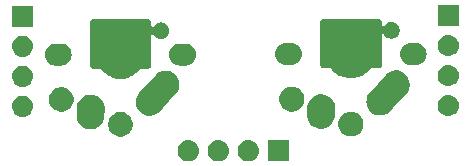
<source format=gts>
G04 #@! TF.GenerationSoftware,KiCad,Pcbnew,(5.1.4)-1*
G04 #@! TF.CreationDate,2022-01-12T12:57:33-05:00*
G04 #@! TF.ProjectId,a44key-pcb-thumbs,6134346b-6579-42d7-9063-622d7468756d,rev?*
G04 #@! TF.SameCoordinates,Original*
G04 #@! TF.FileFunction,Soldermask,Top*
G04 #@! TF.FilePolarity,Negative*
%FSLAX46Y46*%
G04 Gerber Fmt 4.6, Leading zero omitted, Abs format (unit mm)*
G04 Created by KiCad (PCBNEW (5.1.4)-1) date 2022-01-12 12:57:33*
%MOMM*%
%LPD*%
G04 APERTURE LIST*
%ADD10C,0.100000*%
G04 APERTURE END LIST*
D10*
G36*
X103850377Y-144353988D02*
G01*
X103916561Y-144360506D01*
X104086400Y-144412026D01*
X104242925Y-144495691D01*
X104278663Y-144525021D01*
X104380120Y-144608283D01*
X104463382Y-144709740D01*
X104492712Y-144745478D01*
X104576377Y-144902003D01*
X104627897Y-145071842D01*
X104645293Y-145248469D01*
X104627897Y-145425096D01*
X104576377Y-145594935D01*
X104492712Y-145751460D01*
X104463382Y-145787198D01*
X104380120Y-145888655D01*
X104278663Y-145971917D01*
X104242925Y-146001247D01*
X104086400Y-146084912D01*
X103916561Y-146136432D01*
X103850377Y-146142950D01*
X103784194Y-146149469D01*
X103695674Y-146149469D01*
X103629491Y-146142950D01*
X103563307Y-146136432D01*
X103393468Y-146084912D01*
X103236943Y-146001247D01*
X103201205Y-145971917D01*
X103099748Y-145888655D01*
X103016486Y-145787198D01*
X102987156Y-145751460D01*
X102903491Y-145594935D01*
X102851971Y-145425096D01*
X102834575Y-145248469D01*
X102851971Y-145071842D01*
X102903491Y-144902003D01*
X102987156Y-144745478D01*
X103016486Y-144709740D01*
X103099748Y-144608283D01*
X103201205Y-144525021D01*
X103236943Y-144495691D01*
X103393468Y-144412026D01*
X103563307Y-144360506D01*
X103629491Y-144353988D01*
X103695674Y-144347469D01*
X103784194Y-144347469D01*
X103850377Y-144353988D01*
X103850377Y-144353988D01*
G37*
G36*
X101310377Y-144353988D02*
G01*
X101376561Y-144360506D01*
X101546400Y-144412026D01*
X101702925Y-144495691D01*
X101738663Y-144525021D01*
X101840120Y-144608283D01*
X101923382Y-144709740D01*
X101952712Y-144745478D01*
X102036377Y-144902003D01*
X102087897Y-145071842D01*
X102105293Y-145248469D01*
X102087897Y-145425096D01*
X102036377Y-145594935D01*
X101952712Y-145751460D01*
X101923382Y-145787198D01*
X101840120Y-145888655D01*
X101738663Y-145971917D01*
X101702925Y-146001247D01*
X101546400Y-146084912D01*
X101376561Y-146136432D01*
X101310377Y-146142950D01*
X101244194Y-146149469D01*
X101155674Y-146149469D01*
X101089491Y-146142950D01*
X101023307Y-146136432D01*
X100853468Y-146084912D01*
X100696943Y-146001247D01*
X100661205Y-145971917D01*
X100559748Y-145888655D01*
X100476486Y-145787198D01*
X100447156Y-145751460D01*
X100363491Y-145594935D01*
X100311971Y-145425096D01*
X100294575Y-145248469D01*
X100311971Y-145071842D01*
X100363491Y-144902003D01*
X100447156Y-144745478D01*
X100476486Y-144709740D01*
X100559748Y-144608283D01*
X100661205Y-144525021D01*
X100696943Y-144495691D01*
X100853468Y-144412026D01*
X101023307Y-144360506D01*
X101089491Y-144353988D01*
X101155674Y-144347469D01*
X101244194Y-144347469D01*
X101310377Y-144353988D01*
X101310377Y-144353988D01*
G37*
G36*
X109720934Y-146149469D02*
G01*
X107918934Y-146149469D01*
X107918934Y-144347469D01*
X109720934Y-144347469D01*
X109720934Y-146149469D01*
X109720934Y-146149469D01*
G37*
G36*
X106390377Y-144353988D02*
G01*
X106456561Y-144360506D01*
X106626400Y-144412026D01*
X106782925Y-144495691D01*
X106818663Y-144525021D01*
X106920120Y-144608283D01*
X107003382Y-144709740D01*
X107032712Y-144745478D01*
X107116377Y-144902003D01*
X107167897Y-145071842D01*
X107185293Y-145248469D01*
X107167897Y-145425096D01*
X107116377Y-145594935D01*
X107032712Y-145751460D01*
X107003382Y-145787198D01*
X106920120Y-145888655D01*
X106818663Y-145971917D01*
X106782925Y-146001247D01*
X106626400Y-146084912D01*
X106456561Y-146136432D01*
X106390377Y-146142950D01*
X106324194Y-146149469D01*
X106235674Y-146149469D01*
X106169491Y-146142950D01*
X106103307Y-146136432D01*
X105933468Y-146084912D01*
X105776943Y-146001247D01*
X105741205Y-145971917D01*
X105639748Y-145888655D01*
X105556486Y-145787198D01*
X105527156Y-145751460D01*
X105443491Y-145594935D01*
X105391971Y-145425096D01*
X105374575Y-145248469D01*
X105391971Y-145071842D01*
X105443491Y-144902003D01*
X105527156Y-144745478D01*
X105556486Y-144709740D01*
X105639748Y-144608283D01*
X105741205Y-144525021D01*
X105776943Y-144495691D01*
X105933468Y-144412026D01*
X106103307Y-144360506D01*
X106169491Y-144353988D01*
X106235674Y-144347469D01*
X106324194Y-144347469D01*
X106390377Y-144353988D01*
X106390377Y-144353988D01*
G37*
G36*
X95760186Y-141992084D02*
G01*
X95907965Y-142053296D01*
X95951457Y-142071311D01*
X96123595Y-142186330D01*
X96269987Y-142332722D01*
X96310856Y-142393886D01*
X96385007Y-142504862D01*
X96464233Y-142696131D01*
X96504622Y-142899179D01*
X96504622Y-143106211D01*
X96464233Y-143309259D01*
X96417674Y-143421663D01*
X96385006Y-143500530D01*
X96269987Y-143672668D01*
X96123595Y-143819060D01*
X95951457Y-143934079D01*
X95951456Y-143934080D01*
X95951455Y-143934080D01*
X95760186Y-144013306D01*
X95557138Y-144053695D01*
X95350106Y-144053695D01*
X95147058Y-144013306D01*
X94955789Y-143934080D01*
X94955788Y-143934080D01*
X94955787Y-143934079D01*
X94783649Y-143819060D01*
X94637257Y-143672668D01*
X94522238Y-143500530D01*
X94489570Y-143421663D01*
X94443011Y-143309259D01*
X94402622Y-143106211D01*
X94402622Y-142899179D01*
X94443011Y-142696131D01*
X94522237Y-142504862D01*
X94596389Y-142393886D01*
X94637257Y-142332722D01*
X94783649Y-142186330D01*
X94955787Y-142071311D01*
X94999279Y-142053296D01*
X95147058Y-141992084D01*
X95350106Y-141951695D01*
X95557138Y-141951695D01*
X95760186Y-141992084D01*
X95760186Y-141992084D01*
G37*
G36*
X115267912Y-141960308D02*
G01*
X115415691Y-142021520D01*
X115459183Y-142039535D01*
X115631321Y-142154554D01*
X115777713Y-142300946D01*
X115839814Y-142393886D01*
X115892733Y-142473086D01*
X115971959Y-142664355D01*
X116012348Y-142867403D01*
X116012348Y-143074435D01*
X115971959Y-143277483D01*
X115912238Y-143421663D01*
X115892732Y-143468754D01*
X115777713Y-143640892D01*
X115631321Y-143787284D01*
X115459183Y-143902303D01*
X115459182Y-143902304D01*
X115459181Y-143902304D01*
X115267912Y-143981530D01*
X115064864Y-144021919D01*
X114857832Y-144021919D01*
X114654784Y-143981530D01*
X114463515Y-143902304D01*
X114463514Y-143902304D01*
X114463513Y-143902303D01*
X114291375Y-143787284D01*
X114144983Y-143640892D01*
X114029964Y-143468754D01*
X114010458Y-143421663D01*
X113950737Y-143277483D01*
X113910348Y-143074435D01*
X113910348Y-142867403D01*
X113950737Y-142664355D01*
X114029963Y-142473086D01*
X114082883Y-142393886D01*
X114144983Y-142300946D01*
X114291375Y-142154554D01*
X114463513Y-142039535D01*
X114507005Y-142021520D01*
X114654784Y-141960308D01*
X114857832Y-141919919D01*
X115064864Y-141919919D01*
X115267912Y-141960308D01*
X115267912Y-141960308D01*
G37*
G36*
X93257222Y-140522059D02*
G01*
X93257224Y-140522060D01*
X93257226Y-140522060D01*
X93382194Y-140569469D01*
X93473812Y-140604226D01*
X93670211Y-140727068D01*
X93838870Y-140885865D01*
X93973308Y-141074515D01*
X94068360Y-141285768D01*
X94068361Y-141285772D01*
X94120373Y-141511504D01*
X94123105Y-141602245D01*
X94125599Y-141685027D01*
X94078198Y-142380332D01*
X94049471Y-142551540D01*
X93967304Y-142768130D01*
X93844462Y-142964529D01*
X93685665Y-143133188D01*
X93497016Y-143267626D01*
X93285763Y-143362678D01*
X93260932Y-143368399D01*
X93060026Y-143414691D01*
X92937064Y-143418394D01*
X92828480Y-143421664D01*
X92600022Y-143383331D01*
X92383432Y-143301164D01*
X92187033Y-143178322D01*
X92018374Y-143019525D01*
X91883936Y-142830876D01*
X91788884Y-142619623D01*
X91783163Y-142594792D01*
X91736871Y-142393886D01*
X91732408Y-142245678D01*
X91731645Y-142220364D01*
X91779046Y-141525058D01*
X91807773Y-141353850D01*
X91889939Y-141137260D01*
X92012782Y-140940861D01*
X92171579Y-140772202D01*
X92360228Y-140637764D01*
X92571481Y-140542712D01*
X92797218Y-140490699D01*
X92920180Y-140486996D01*
X93028764Y-140483726D01*
X93257222Y-140522059D01*
X93257222Y-140522059D01*
G37*
G36*
X112764948Y-140490283D02*
G01*
X112764950Y-140490284D01*
X112764952Y-140490284D01*
X112889920Y-140537693D01*
X112981538Y-140572450D01*
X113177937Y-140695292D01*
X113346596Y-140854089D01*
X113481034Y-141042739D01*
X113576086Y-141253992D01*
X113576087Y-141253996D01*
X113628099Y-141479728D01*
X113630831Y-141570469D01*
X113633325Y-141653251D01*
X113585924Y-142348556D01*
X113557197Y-142519764D01*
X113475030Y-142736354D01*
X113352188Y-142932753D01*
X113193391Y-143101412D01*
X113004742Y-143235850D01*
X112793489Y-143330902D01*
X112768658Y-143336623D01*
X112567752Y-143382915D01*
X112444790Y-143386618D01*
X112336206Y-143389888D01*
X112107748Y-143351555D01*
X111891158Y-143269388D01*
X111694759Y-143146546D01*
X111526100Y-142987749D01*
X111391662Y-142799100D01*
X111296610Y-142587847D01*
X111290889Y-142563016D01*
X111244597Y-142362110D01*
X111240713Y-142233135D01*
X111239371Y-142188588D01*
X111286772Y-141493282D01*
X111315499Y-141322074D01*
X111397665Y-141105484D01*
X111520508Y-140909085D01*
X111679305Y-140740426D01*
X111867954Y-140605988D01*
X112079207Y-140510936D01*
X112092075Y-140507971D01*
X112304944Y-140458923D01*
X112427906Y-140455220D01*
X112536490Y-140451950D01*
X112764948Y-140490283D01*
X112764948Y-140490283D01*
G37*
G36*
X87269402Y-140585876D02*
G01*
X87335586Y-140592394D01*
X87505425Y-140643914D01*
X87661950Y-140727579D01*
X87677604Y-140740426D01*
X87799145Y-140840171D01*
X87855700Y-140909085D01*
X87911737Y-140977366D01*
X87911738Y-140977368D01*
X87980218Y-141105483D01*
X87995402Y-141133891D01*
X88046922Y-141303730D01*
X88064318Y-141480357D01*
X88046922Y-141656984D01*
X87995402Y-141826823D01*
X87911737Y-141983348D01*
X87882407Y-142019086D01*
X87799145Y-142120543D01*
X87697688Y-142203805D01*
X87661950Y-142233135D01*
X87505425Y-142316800D01*
X87335586Y-142368320D01*
X87269401Y-142374839D01*
X87203219Y-142381357D01*
X87114699Y-142381357D01*
X87048517Y-142374839D01*
X86982332Y-142368320D01*
X86812493Y-142316800D01*
X86655968Y-142233135D01*
X86620230Y-142203805D01*
X86518773Y-142120543D01*
X86435511Y-142019086D01*
X86406181Y-141983348D01*
X86322516Y-141826823D01*
X86270996Y-141656984D01*
X86253600Y-141480357D01*
X86270996Y-141303730D01*
X86322516Y-141133891D01*
X86337701Y-141105483D01*
X86406180Y-140977368D01*
X86406181Y-140977366D01*
X86462218Y-140909085D01*
X86518773Y-140840171D01*
X86640314Y-140740426D01*
X86655968Y-140727579D01*
X86812493Y-140643914D01*
X86982332Y-140592394D01*
X87048516Y-140585876D01*
X87114699Y-140579357D01*
X87203219Y-140579357D01*
X87269402Y-140585876D01*
X87269402Y-140585876D01*
G37*
G36*
X123314071Y-140514490D02*
G01*
X123380255Y-140521008D01*
X123550094Y-140572528D01*
X123706619Y-140656193D01*
X123739785Y-140683412D01*
X123843814Y-140768785D01*
X123913820Y-140854089D01*
X123956406Y-140905980D01*
X124040071Y-141062505D01*
X124091591Y-141232344D01*
X124108987Y-141408971D01*
X124091591Y-141585598D01*
X124040071Y-141755437D01*
X123956406Y-141911962D01*
X123948235Y-141921918D01*
X123843814Y-142049157D01*
X123752248Y-142124302D01*
X123706619Y-142161749D01*
X123550094Y-142245414D01*
X123380255Y-142296934D01*
X123314070Y-142303453D01*
X123247888Y-142309971D01*
X123159368Y-142309971D01*
X123093186Y-142303453D01*
X123027001Y-142296934D01*
X122857162Y-142245414D01*
X122700637Y-142161749D01*
X122655008Y-142124302D01*
X122563442Y-142049157D01*
X122459021Y-141921918D01*
X122450850Y-141911962D01*
X122367185Y-141755437D01*
X122315665Y-141585598D01*
X122298269Y-141408971D01*
X122315665Y-141232344D01*
X122367185Y-141062505D01*
X122450850Y-140905980D01*
X122493436Y-140854089D01*
X122563442Y-140768785D01*
X122667471Y-140683412D01*
X122700637Y-140656193D01*
X122857162Y-140572528D01*
X123027001Y-140521008D01*
X123093185Y-140514490D01*
X123159368Y-140507971D01*
X123247888Y-140507971D01*
X123314071Y-140514490D01*
X123314071Y-140514490D01*
G37*
G36*
X99426139Y-138477936D02*
G01*
X99651128Y-138533095D01*
X99792971Y-138599313D01*
X99861037Y-138631089D01*
X99914489Y-138670318D01*
X100047788Y-138768146D01*
X100204214Y-138939006D01*
X100324303Y-139137100D01*
X100391888Y-139323040D01*
X100403438Y-139354817D01*
X100438577Y-139583783D01*
X100438577Y-139583787D01*
X100428372Y-139815213D01*
X100373213Y-140040203D01*
X100307885Y-140180140D01*
X100275221Y-140250109D01*
X100234749Y-140305254D01*
X100172508Y-140390063D01*
X100172502Y-140390070D01*
X100172501Y-140390071D01*
X99035765Y-141656984D01*
X98785356Y-141936069D01*
X98657312Y-142053296D01*
X98459218Y-142173385D01*
X98241502Y-142252519D01*
X98219582Y-142255883D01*
X98012535Y-142287659D01*
X98012531Y-142287659D01*
X97781106Y-142277454D01*
X97556116Y-142222295D01*
X97346211Y-142124303D01*
X97159457Y-141987244D01*
X97003030Y-141816384D01*
X96882941Y-141618290D01*
X96803807Y-141400574D01*
X96786188Y-141285768D01*
X96768667Y-141171607D01*
X96770068Y-141139831D01*
X96778872Y-140940178D01*
X96834031Y-140715188D01*
X96932023Y-140505283D01*
X97034736Y-140365328D01*
X97034741Y-140365322D01*
X97034745Y-140365317D01*
X98421878Y-138819331D01*
X98421884Y-138819326D01*
X98421888Y-138819321D01*
X98549931Y-138702094D01*
X98748025Y-138582005D01*
X98965741Y-138502870D01*
X99042065Y-138491157D01*
X99194708Y-138467731D01*
X99194712Y-138467731D01*
X99426139Y-138477936D01*
X99426139Y-138477936D01*
G37*
G36*
X118933865Y-138446160D02*
G01*
X119158854Y-138501319D01*
X119357149Y-138593891D01*
X119368763Y-138599313D01*
X119450494Y-138659296D01*
X119555514Y-138736370D01*
X119711940Y-138907230D01*
X119832029Y-139105324D01*
X119911164Y-139323040D01*
X119911164Y-139323041D01*
X119946303Y-139552007D01*
X119946303Y-139552011D01*
X119936098Y-139783437D01*
X119880939Y-140008427D01*
X119844571Y-140086329D01*
X119782947Y-140218333D01*
X119772387Y-140232721D01*
X119680234Y-140358287D01*
X119680228Y-140358294D01*
X119680227Y-140358295D01*
X118514980Y-141656984D01*
X118293082Y-141904293D01*
X118165038Y-142021520D01*
X117966944Y-142141609D01*
X117749228Y-142220743D01*
X117703434Y-142227771D01*
X117520261Y-142255883D01*
X117520257Y-142255883D01*
X117288832Y-142245678D01*
X117063842Y-142190519D01*
X116853937Y-142092527D01*
X116667183Y-141955468D01*
X116510756Y-141784608D01*
X116390667Y-141586514D01*
X116311533Y-141368798D01*
X116290592Y-141232346D01*
X116276393Y-141139831D01*
X116276655Y-141133889D01*
X116286598Y-140908402D01*
X116341757Y-140683412D01*
X116439749Y-140473507D01*
X116542462Y-140333552D01*
X116542467Y-140333546D01*
X116542471Y-140333541D01*
X117929604Y-138787555D01*
X117929610Y-138787550D01*
X117929614Y-138787545D01*
X118057657Y-138670318D01*
X118255751Y-138550229D01*
X118473467Y-138471094D01*
X118549791Y-138459381D01*
X118702434Y-138435955D01*
X118702438Y-138435955D01*
X118933865Y-138446160D01*
X118933865Y-138446160D01*
G37*
G36*
X90760186Y-139892083D02*
G01*
X90951455Y-139971309D01*
X90951457Y-139971310D01*
X91123595Y-140086329D01*
X91269987Y-140232721D01*
X91375120Y-140390063D01*
X91385007Y-140404861D01*
X91464233Y-140596130D01*
X91504622Y-140799178D01*
X91504622Y-141006210D01*
X91464233Y-141209258D01*
X91385007Y-141400527D01*
X91385006Y-141400529D01*
X91269987Y-141572667D01*
X91123595Y-141719059D01*
X90951457Y-141834078D01*
X90951456Y-141834079D01*
X90951455Y-141834079D01*
X90760186Y-141913305D01*
X90557138Y-141953694D01*
X90350106Y-141953694D01*
X90147058Y-141913305D01*
X89955789Y-141834079D01*
X89955788Y-141834079D01*
X89955787Y-141834078D01*
X89783649Y-141719059D01*
X89637257Y-141572667D01*
X89522238Y-141400529D01*
X89522237Y-141400527D01*
X89443011Y-141209258D01*
X89402622Y-141006210D01*
X89402622Y-140799178D01*
X89443011Y-140596130D01*
X89522237Y-140404861D01*
X89532125Y-140390063D01*
X89637257Y-140232721D01*
X89783649Y-140086329D01*
X89955787Y-139971310D01*
X89955789Y-139971309D01*
X90147058Y-139892083D01*
X90350106Y-139851694D01*
X90557138Y-139851694D01*
X90760186Y-139892083D01*
X90760186Y-139892083D01*
G37*
G36*
X110267912Y-139860307D02*
G01*
X110459181Y-139939533D01*
X110459183Y-139939534D01*
X110631321Y-140054553D01*
X110777713Y-140200945D01*
X110882846Y-140358287D01*
X110892733Y-140373085D01*
X110971959Y-140564354D01*
X111012348Y-140767402D01*
X111012348Y-140974434D01*
X110971959Y-141177482D01*
X110912067Y-141322074D01*
X110892732Y-141368753D01*
X110777713Y-141540891D01*
X110631321Y-141687283D01*
X110459183Y-141802302D01*
X110459182Y-141802303D01*
X110459181Y-141802303D01*
X110267912Y-141881529D01*
X110064864Y-141921918D01*
X109857832Y-141921918D01*
X109654784Y-141881529D01*
X109463515Y-141802303D01*
X109463514Y-141802303D01*
X109463513Y-141802302D01*
X109291375Y-141687283D01*
X109144983Y-141540891D01*
X109029964Y-141368753D01*
X109010629Y-141322074D01*
X108950737Y-141177482D01*
X108910348Y-140974434D01*
X108910348Y-140767402D01*
X108950737Y-140564354D01*
X109029963Y-140373085D01*
X109039851Y-140358287D01*
X109144983Y-140200945D01*
X109291375Y-140054553D01*
X109463513Y-139939534D01*
X109463515Y-139939533D01*
X109654784Y-139860307D01*
X109857832Y-139819918D01*
X110064864Y-139819918D01*
X110267912Y-139860307D01*
X110267912Y-139860307D01*
G37*
G36*
X87269402Y-138045876D02*
G01*
X87335586Y-138052394D01*
X87505425Y-138103914D01*
X87505427Y-138103915D01*
X87524816Y-138114279D01*
X87661950Y-138187579D01*
X87692199Y-138212404D01*
X87799145Y-138300171D01*
X87860117Y-138374467D01*
X87911737Y-138437366D01*
X87995402Y-138593891D01*
X88046922Y-138763730D01*
X88064318Y-138940357D01*
X88046922Y-139116984D01*
X87995402Y-139286823D01*
X87911737Y-139443348D01*
X87882407Y-139479086D01*
X87799145Y-139580543D01*
X87697688Y-139663805D01*
X87661950Y-139693135D01*
X87505425Y-139776800D01*
X87335586Y-139828320D01*
X87269401Y-139834839D01*
X87203219Y-139841357D01*
X87114699Y-139841357D01*
X87048517Y-139834839D01*
X86982332Y-139828320D01*
X86812493Y-139776800D01*
X86655968Y-139693135D01*
X86620230Y-139663805D01*
X86518773Y-139580543D01*
X86435511Y-139479086D01*
X86406181Y-139443348D01*
X86322516Y-139286823D01*
X86270996Y-139116984D01*
X86253600Y-138940357D01*
X86270996Y-138763730D01*
X86322516Y-138593891D01*
X86406181Y-138437366D01*
X86457801Y-138374467D01*
X86518773Y-138300171D01*
X86625719Y-138212404D01*
X86655968Y-138187579D01*
X86793102Y-138114279D01*
X86812491Y-138103915D01*
X86812493Y-138103914D01*
X86982332Y-138052394D01*
X87048516Y-138045876D01*
X87114699Y-138039357D01*
X87203219Y-138039357D01*
X87269402Y-138045876D01*
X87269402Y-138045876D01*
G37*
G36*
X123314070Y-137974489D02*
G01*
X123380255Y-137981008D01*
X123550094Y-138032528D01*
X123706619Y-138116193D01*
X123728262Y-138133955D01*
X123843814Y-138228785D01*
X123927076Y-138330242D01*
X123956406Y-138365980D01*
X124040071Y-138522505D01*
X124091591Y-138692344D01*
X124108987Y-138868971D01*
X124091591Y-139045598D01*
X124040071Y-139215437D01*
X123956406Y-139371962D01*
X123927076Y-139407700D01*
X123843814Y-139509157D01*
X123752876Y-139583787D01*
X123706619Y-139621749D01*
X123550094Y-139705414D01*
X123380255Y-139756934D01*
X123314071Y-139763452D01*
X123247888Y-139769971D01*
X123159368Y-139769971D01*
X123093185Y-139763452D01*
X123027001Y-139756934D01*
X122857162Y-139705414D01*
X122700637Y-139621749D01*
X122654380Y-139583787D01*
X122563442Y-139509157D01*
X122480180Y-139407700D01*
X122450850Y-139371962D01*
X122367185Y-139215437D01*
X122315665Y-139045598D01*
X122298269Y-138868971D01*
X122315665Y-138692344D01*
X122367185Y-138522505D01*
X122450850Y-138365980D01*
X122480180Y-138330242D01*
X122563442Y-138228785D01*
X122678994Y-138133955D01*
X122700637Y-138116193D01*
X122857162Y-138032528D01*
X123027001Y-137981008D01*
X123093186Y-137974489D01*
X123159368Y-137967971D01*
X123247888Y-137967971D01*
X123314070Y-137974489D01*
X123314070Y-137974489D01*
G37*
G36*
X97777296Y-134096093D02*
G01*
X97827626Y-134101050D01*
X97855998Y-134109657D01*
X97884367Y-134118262D01*
X97884369Y-134118263D01*
X97936653Y-134146209D01*
X97936654Y-134146210D01*
X97936658Y-134146212D01*
X97982491Y-134183826D01*
X98020105Y-134229659D01*
X98020107Y-134229663D01*
X98020108Y-134229664D01*
X98048054Y-134281948D01*
X98048055Y-134281950D01*
X98055627Y-134306913D01*
X98065267Y-134338691D01*
X98071078Y-134397695D01*
X98070224Y-134406369D01*
X98069622Y-134418621D01*
X98069622Y-134613602D01*
X98072024Y-134637988D01*
X98079137Y-134661437D01*
X98090688Y-134683048D01*
X98106233Y-134701990D01*
X98125175Y-134717535D01*
X98146786Y-134729086D01*
X98170235Y-134736199D01*
X98194621Y-134738601D01*
X98219007Y-134736199D01*
X98242456Y-134729086D01*
X98264067Y-134717535D01*
X98283009Y-134701990D01*
X98298554Y-134683047D01*
X98338117Y-134623836D01*
X98435763Y-134526190D01*
X98550573Y-134449477D01*
X98678149Y-134396633D01*
X98813578Y-134369695D01*
X98951666Y-134369695D01*
X99087095Y-134396633D01*
X99214671Y-134449477D01*
X99329481Y-134526190D01*
X99427127Y-134623836D01*
X99503840Y-134738646D01*
X99556684Y-134866222D01*
X99583622Y-135001651D01*
X99583622Y-135139739D01*
X99556684Y-135275168D01*
X99503840Y-135402744D01*
X99427127Y-135517554D01*
X99329481Y-135615200D01*
X99214671Y-135691913D01*
X99087095Y-135744757D01*
X98951666Y-135771695D01*
X98813578Y-135771695D01*
X98678149Y-135744757D01*
X98550573Y-135691913D01*
X98435763Y-135615200D01*
X98338117Y-135517554D01*
X98298554Y-135458343D01*
X98283009Y-135439401D01*
X98264067Y-135423856D01*
X98242457Y-135412304D01*
X98219008Y-135405191D01*
X98194622Y-135402789D01*
X98170236Y-135405191D01*
X98146787Y-135412304D01*
X98125176Y-135423855D01*
X98106234Y-135439400D01*
X98090689Y-135458342D01*
X98079137Y-135479952D01*
X98072024Y-135503401D01*
X98069622Y-135527788D01*
X98069622Y-137976769D01*
X98070224Y-137989021D01*
X98071078Y-137997695D01*
X98065267Y-138056699D01*
X98060832Y-138071318D01*
X98050945Y-138103914D01*
X98048054Y-138113442D01*
X98046584Y-138116193D01*
X98020105Y-138165731D01*
X97982491Y-138211564D01*
X97936658Y-138249178D01*
X97936654Y-138249180D01*
X97936653Y-138249181D01*
X97884369Y-138277127D01*
X97884367Y-138277128D01*
X97855998Y-138285733D01*
X97827626Y-138294340D01*
X97777297Y-138299297D01*
X97777295Y-138299297D01*
X97768622Y-138300151D01*
X97759948Y-138299297D01*
X97747696Y-138298695D01*
X97389547Y-138298695D01*
X97377295Y-138299297D01*
X97368622Y-138300151D01*
X97359948Y-138299297D01*
X97347696Y-138298695D01*
X97180673Y-138298695D01*
X97156287Y-138301097D01*
X97132838Y-138308210D01*
X97111227Y-138319761D01*
X97092285Y-138335306D01*
X97076742Y-138354247D01*
X97041999Y-138406243D01*
X96757170Y-138691072D01*
X96422245Y-138914862D01*
X96360694Y-138940357D01*
X96050096Y-139069011D01*
X95655028Y-139147595D01*
X95252216Y-139147595D01*
X94857148Y-139069011D01*
X94546550Y-138940357D01*
X94484999Y-138914862D01*
X94150074Y-138691072D01*
X93865245Y-138406243D01*
X93830502Y-138354247D01*
X93814959Y-138335307D01*
X93796017Y-138319761D01*
X93774407Y-138308210D01*
X93750958Y-138301097D01*
X93726571Y-138298695D01*
X93593076Y-138298695D01*
X93580824Y-138299297D01*
X93563622Y-138300991D01*
X93546420Y-138299297D01*
X93534168Y-138298695D01*
X93189547Y-138298695D01*
X93177295Y-138299297D01*
X93168622Y-138300151D01*
X93109618Y-138294340D01*
X93081246Y-138285733D01*
X93052877Y-138277128D01*
X93052875Y-138277127D01*
X93000591Y-138249181D01*
X93000590Y-138249180D01*
X93000586Y-138249178D01*
X92954753Y-138211564D01*
X92954751Y-138211562D01*
X92917139Y-138165731D01*
X92900152Y-138133950D01*
X92889190Y-138113442D01*
X92886300Y-138103914D01*
X92876412Y-138071318D01*
X92871977Y-138056699D01*
X92866166Y-137997695D01*
X92867020Y-137989021D01*
X92867622Y-137976769D01*
X92867622Y-136675437D01*
X92867623Y-135343183D01*
X92867021Y-135330935D01*
X92863747Y-135297695D01*
X92867021Y-135264454D01*
X92867623Y-135252201D01*
X92867623Y-134418631D01*
X92867021Y-134406379D01*
X92866166Y-134397695D01*
X92871977Y-134338691D01*
X92881617Y-134306913D01*
X92889189Y-134281950D01*
X92889190Y-134281948D01*
X92917136Y-134229664D01*
X92917137Y-134229663D01*
X92917139Y-134229659D01*
X92954753Y-134183826D01*
X93000586Y-134146212D01*
X93000590Y-134146210D01*
X93000591Y-134146209D01*
X93052875Y-134118263D01*
X93052877Y-134118262D01*
X93081246Y-134109657D01*
X93109618Y-134101050D01*
X93159947Y-134096093D01*
X93159949Y-134096093D01*
X93168622Y-134095239D01*
X93177296Y-134096093D01*
X93189548Y-134096695D01*
X93551225Y-134096695D01*
X93563477Y-134096093D01*
X93563622Y-134096079D01*
X93563767Y-134096093D01*
X93576019Y-134096695D01*
X97347697Y-134096695D01*
X97359949Y-134096093D01*
X97368622Y-134095239D01*
X97377296Y-134096093D01*
X97389548Y-134096695D01*
X97747697Y-134096695D01*
X97759949Y-134096093D01*
X97768622Y-134095239D01*
X97777296Y-134096093D01*
X97777296Y-134096093D01*
G37*
G36*
X117285022Y-134064317D02*
G01*
X117335352Y-134069274D01*
X117363724Y-134077881D01*
X117392093Y-134086486D01*
X117392095Y-134086487D01*
X117444379Y-134114433D01*
X117444380Y-134114434D01*
X117444384Y-134114436D01*
X117490217Y-134152050D01*
X117527831Y-134197883D01*
X117555781Y-134250174D01*
X117564387Y-134278544D01*
X117572993Y-134306915D01*
X117578804Y-134365919D01*
X117577950Y-134374593D01*
X117577348Y-134386845D01*
X117577348Y-134581826D01*
X117579750Y-134606212D01*
X117586863Y-134629661D01*
X117598414Y-134651272D01*
X117613959Y-134670214D01*
X117632901Y-134685759D01*
X117654512Y-134697310D01*
X117677961Y-134704423D01*
X117702347Y-134706825D01*
X117726733Y-134704423D01*
X117750182Y-134697310D01*
X117771793Y-134685759D01*
X117790735Y-134670214D01*
X117806280Y-134651271D01*
X117845843Y-134592060D01*
X117943489Y-134494414D01*
X118058299Y-134417701D01*
X118185875Y-134364857D01*
X118321304Y-134337919D01*
X118459392Y-134337919D01*
X118594821Y-134364857D01*
X118722397Y-134417701D01*
X118837207Y-134494414D01*
X118934853Y-134592060D01*
X119011566Y-134706870D01*
X119064410Y-134834446D01*
X119091348Y-134969875D01*
X119091348Y-135107963D01*
X119064410Y-135243392D01*
X119011566Y-135370968D01*
X118934853Y-135485778D01*
X118837207Y-135583424D01*
X118722397Y-135660137D01*
X118594821Y-135712981D01*
X118459392Y-135739919D01*
X118321304Y-135739919D01*
X118185875Y-135712981D01*
X118058299Y-135660137D01*
X117943489Y-135583424D01*
X117845843Y-135485778D01*
X117806280Y-135426567D01*
X117790735Y-135407625D01*
X117771793Y-135392080D01*
X117750183Y-135380528D01*
X117726734Y-135373415D01*
X117702348Y-135371013D01*
X117677962Y-135373415D01*
X117654513Y-135380528D01*
X117632902Y-135392079D01*
X117613960Y-135407624D01*
X117598415Y-135426566D01*
X117586863Y-135448176D01*
X117579750Y-135471625D01*
X117577348Y-135496012D01*
X117577348Y-137944993D01*
X117577950Y-137957245D01*
X117578804Y-137965919D01*
X117572993Y-138024923D01*
X117555780Y-138081666D01*
X117537326Y-138116192D01*
X117527831Y-138133955D01*
X117490217Y-138179788D01*
X117444384Y-138217402D01*
X117444380Y-138217404D01*
X117444379Y-138217405D01*
X117423088Y-138228785D01*
X117392093Y-138245352D01*
X117363723Y-138253958D01*
X117335352Y-138262564D01*
X117285023Y-138267521D01*
X117285021Y-138267521D01*
X117276348Y-138268375D01*
X117267674Y-138267521D01*
X117255422Y-138266919D01*
X116897273Y-138266919D01*
X116885021Y-138267521D01*
X116876348Y-138268375D01*
X116867674Y-138267521D01*
X116855422Y-138266919D01*
X116688399Y-138266919D01*
X116664013Y-138269321D01*
X116640564Y-138276434D01*
X116618953Y-138287985D01*
X116600011Y-138303530D01*
X116584468Y-138322471D01*
X116549725Y-138374467D01*
X116264896Y-138659296D01*
X115929971Y-138883086D01*
X115791706Y-138940357D01*
X115557822Y-139037235D01*
X115162754Y-139115819D01*
X114759942Y-139115819D01*
X114364874Y-139037235D01*
X114130990Y-138940357D01*
X113992725Y-138883086D01*
X113657800Y-138659296D01*
X113372971Y-138374467D01*
X113338228Y-138322471D01*
X113322685Y-138303531D01*
X113303743Y-138287985D01*
X113282133Y-138276434D01*
X113258684Y-138269321D01*
X113234297Y-138266919D01*
X113100802Y-138266919D01*
X113088550Y-138267521D01*
X113071348Y-138269215D01*
X113054146Y-138267521D01*
X113041894Y-138266919D01*
X112697273Y-138266919D01*
X112685021Y-138267521D01*
X112676348Y-138268375D01*
X112617344Y-138262564D01*
X112588973Y-138253958D01*
X112560603Y-138245352D01*
X112529608Y-138228785D01*
X112508317Y-138217405D01*
X112508316Y-138217404D01*
X112508312Y-138217402D01*
X112462479Y-138179788D01*
X112451632Y-138166571D01*
X112425554Y-138134795D01*
X112424864Y-138133954D01*
X112396916Y-138081666D01*
X112379703Y-138024923D01*
X112373892Y-137965919D01*
X112374746Y-137957245D01*
X112375348Y-137944993D01*
X112375348Y-136675437D01*
X112375349Y-135311407D01*
X112374747Y-135299159D01*
X112371473Y-135265919D01*
X112374747Y-135232678D01*
X112375349Y-135220425D01*
X112375349Y-134386855D01*
X112374747Y-134374603D01*
X112373892Y-134365919D01*
X112379703Y-134306915D01*
X112388309Y-134278544D01*
X112396915Y-134250174D01*
X112424865Y-134197883D01*
X112462479Y-134152050D01*
X112508312Y-134114436D01*
X112508316Y-134114434D01*
X112508317Y-134114433D01*
X112560601Y-134086487D01*
X112560603Y-134086486D01*
X112588972Y-134077881D01*
X112617344Y-134069274D01*
X112667673Y-134064317D01*
X112667675Y-134064317D01*
X112676348Y-134063463D01*
X112685022Y-134064317D01*
X112697274Y-134064919D01*
X113058951Y-134064919D01*
X113071203Y-134064317D01*
X113071348Y-134064303D01*
X113071493Y-134064317D01*
X113083745Y-134064919D01*
X116855423Y-134064919D01*
X116867675Y-134064317D01*
X116876348Y-134063463D01*
X116885022Y-134064317D01*
X116897274Y-134064919D01*
X117255423Y-134064919D01*
X117267675Y-134064317D01*
X117276348Y-134063463D01*
X117285022Y-134064317D01*
X117285022Y-134064317D01*
G37*
G36*
X101122651Y-136190093D02*
G01*
X101297201Y-136243043D01*
X101458069Y-136329028D01*
X101599071Y-136444746D01*
X101714789Y-136585748D01*
X101800774Y-136746616D01*
X101853724Y-136921166D01*
X101871602Y-137102695D01*
X101853724Y-137284224D01*
X101800774Y-137458774D01*
X101714789Y-137619642D01*
X101599071Y-137760644D01*
X101458069Y-137876362D01*
X101297201Y-137962347D01*
X101122651Y-138015297D01*
X100986612Y-138028695D01*
X100470632Y-138028695D01*
X100334593Y-138015297D01*
X100160043Y-137962347D01*
X99999175Y-137876362D01*
X99858173Y-137760644D01*
X99742455Y-137619642D01*
X99656470Y-137458774D01*
X99603520Y-137284224D01*
X99585642Y-137102695D01*
X99603520Y-136921166D01*
X99656470Y-136746616D01*
X99742455Y-136585748D01*
X99858173Y-136444746D01*
X99999175Y-136329028D01*
X100160043Y-136243043D01*
X100334593Y-136190093D01*
X100470632Y-136176695D01*
X100986612Y-136176695D01*
X101122651Y-136190093D01*
X101122651Y-136190093D01*
G37*
G36*
X90572651Y-136190093D02*
G01*
X90747201Y-136243043D01*
X90908069Y-136329028D01*
X91049071Y-136444746D01*
X91164789Y-136585748D01*
X91250774Y-136746616D01*
X91303724Y-136921166D01*
X91321602Y-137102695D01*
X91303724Y-137284224D01*
X91250774Y-137458774D01*
X91164789Y-137619642D01*
X91049071Y-137760644D01*
X90908069Y-137876362D01*
X90747201Y-137962347D01*
X90572651Y-138015297D01*
X90436612Y-138028695D01*
X89920632Y-138028695D01*
X89784593Y-138015297D01*
X89610043Y-137962347D01*
X89449175Y-137876362D01*
X89308173Y-137760644D01*
X89192455Y-137619642D01*
X89106470Y-137458774D01*
X89053520Y-137284224D01*
X89035642Y-137102695D01*
X89053520Y-136921166D01*
X89106470Y-136746616D01*
X89192455Y-136585748D01*
X89308173Y-136444746D01*
X89449175Y-136329028D01*
X89610043Y-136243043D01*
X89784593Y-136190093D01*
X89920632Y-136176695D01*
X90436612Y-136176695D01*
X90572651Y-136190093D01*
X90572651Y-136190093D01*
G37*
G36*
X120630377Y-136158317D02*
G01*
X120804927Y-136211267D01*
X120965795Y-136297252D01*
X121106797Y-136412970D01*
X121222515Y-136553972D01*
X121308500Y-136714840D01*
X121361450Y-136889390D01*
X121379328Y-137070919D01*
X121361450Y-137252448D01*
X121308500Y-137426998D01*
X121222515Y-137587866D01*
X121106797Y-137728868D01*
X120965795Y-137844586D01*
X120804927Y-137930571D01*
X120630377Y-137983521D01*
X120494338Y-137996919D01*
X119978358Y-137996919D01*
X119842319Y-137983521D01*
X119667769Y-137930571D01*
X119506901Y-137844586D01*
X119365899Y-137728868D01*
X119250181Y-137587866D01*
X119164196Y-137426998D01*
X119111246Y-137252448D01*
X119093368Y-137070919D01*
X119111246Y-136889390D01*
X119164196Y-136714840D01*
X119250181Y-136553972D01*
X119365899Y-136412970D01*
X119506901Y-136297252D01*
X119667769Y-136211267D01*
X119842319Y-136158317D01*
X119978358Y-136144919D01*
X120494338Y-136144919D01*
X120630377Y-136158317D01*
X120630377Y-136158317D01*
G37*
G36*
X110080377Y-136158317D02*
G01*
X110254927Y-136211267D01*
X110415795Y-136297252D01*
X110556797Y-136412970D01*
X110672515Y-136553972D01*
X110758500Y-136714840D01*
X110811450Y-136889390D01*
X110829328Y-137070919D01*
X110811450Y-137252448D01*
X110758500Y-137426998D01*
X110672515Y-137587866D01*
X110556797Y-137728868D01*
X110415795Y-137844586D01*
X110254927Y-137930571D01*
X110080377Y-137983521D01*
X109944338Y-137996919D01*
X109428358Y-137996919D01*
X109292319Y-137983521D01*
X109117769Y-137930571D01*
X108956901Y-137844586D01*
X108815899Y-137728868D01*
X108700181Y-137587866D01*
X108614196Y-137426998D01*
X108561246Y-137252448D01*
X108543368Y-137070919D01*
X108561246Y-136889390D01*
X108614196Y-136714840D01*
X108700181Y-136553972D01*
X108815899Y-136412970D01*
X108956901Y-136297252D01*
X109117769Y-136211267D01*
X109292319Y-136158317D01*
X109428358Y-136144919D01*
X109944338Y-136144919D01*
X110080377Y-136158317D01*
X110080377Y-136158317D01*
G37*
G36*
X87269401Y-135505875D02*
G01*
X87335586Y-135512394D01*
X87505425Y-135563914D01*
X87661950Y-135647579D01*
X87697688Y-135676909D01*
X87799145Y-135760171D01*
X87860597Y-135835052D01*
X87911737Y-135897366D01*
X87995402Y-136053891D01*
X88046922Y-136223730D01*
X88064318Y-136400357D01*
X88046922Y-136576984D01*
X87995402Y-136746823D01*
X87911737Y-136903348D01*
X87897114Y-136921166D01*
X87799145Y-137040543D01*
X87723411Y-137102695D01*
X87661950Y-137153135D01*
X87505425Y-137236800D01*
X87335586Y-137288320D01*
X87269402Y-137294838D01*
X87203219Y-137301357D01*
X87114699Y-137301357D01*
X87048516Y-137294838D01*
X86982332Y-137288320D01*
X86812493Y-137236800D01*
X86655968Y-137153135D01*
X86594507Y-137102695D01*
X86518773Y-137040543D01*
X86420804Y-136921166D01*
X86406181Y-136903348D01*
X86322516Y-136746823D01*
X86270996Y-136576984D01*
X86253600Y-136400357D01*
X86270996Y-136223730D01*
X86322516Y-136053891D01*
X86406181Y-135897366D01*
X86457321Y-135835052D01*
X86518773Y-135760171D01*
X86620230Y-135676909D01*
X86655968Y-135647579D01*
X86812493Y-135563914D01*
X86982332Y-135512394D01*
X87048517Y-135505875D01*
X87114699Y-135499357D01*
X87203219Y-135499357D01*
X87269401Y-135505875D01*
X87269401Y-135505875D01*
G37*
G36*
X123314070Y-135434489D02*
G01*
X123380255Y-135441008D01*
X123550094Y-135492528D01*
X123706619Y-135576193D01*
X123742357Y-135605523D01*
X123843814Y-135688785D01*
X123911855Y-135771695D01*
X123956406Y-135825980D01*
X124040071Y-135982505D01*
X124091591Y-136152344D01*
X124108987Y-136328971D01*
X124091591Y-136505598D01*
X124040071Y-136675437D01*
X124040070Y-136675439D01*
X124002025Y-136746616D01*
X123956406Y-136831962D01*
X123927076Y-136867700D01*
X123843814Y-136969157D01*
X123742357Y-137052419D01*
X123706619Y-137081749D01*
X123550094Y-137165414D01*
X123380255Y-137216934D01*
X123314071Y-137223452D01*
X123247888Y-137229971D01*
X123159368Y-137229971D01*
X123093185Y-137223452D01*
X123027001Y-137216934D01*
X122857162Y-137165414D01*
X122700637Y-137081749D01*
X122664899Y-137052419D01*
X122563442Y-136969157D01*
X122480180Y-136867700D01*
X122450850Y-136831962D01*
X122405231Y-136746616D01*
X122367186Y-136675439D01*
X122367185Y-136675437D01*
X122315665Y-136505598D01*
X122298269Y-136328971D01*
X122315665Y-136152344D01*
X122367185Y-135982505D01*
X122450850Y-135825980D01*
X122495401Y-135771695D01*
X122563442Y-135688785D01*
X122664899Y-135605523D01*
X122700637Y-135576193D01*
X122857162Y-135492528D01*
X123027001Y-135441008D01*
X123093186Y-135434489D01*
X123159368Y-135427971D01*
X123247888Y-135427971D01*
X123314070Y-135434489D01*
X123314070Y-135434489D01*
G37*
G36*
X88059959Y-134761357D02*
G01*
X86257959Y-134761357D01*
X86257959Y-132959357D01*
X88059959Y-132959357D01*
X88059959Y-134761357D01*
X88059959Y-134761357D01*
G37*
G36*
X124104628Y-134689971D02*
G01*
X122302628Y-134689971D01*
X122302628Y-132887971D01*
X124104628Y-132887971D01*
X124104628Y-134689971D01*
X124104628Y-134689971D01*
G37*
M02*

</source>
